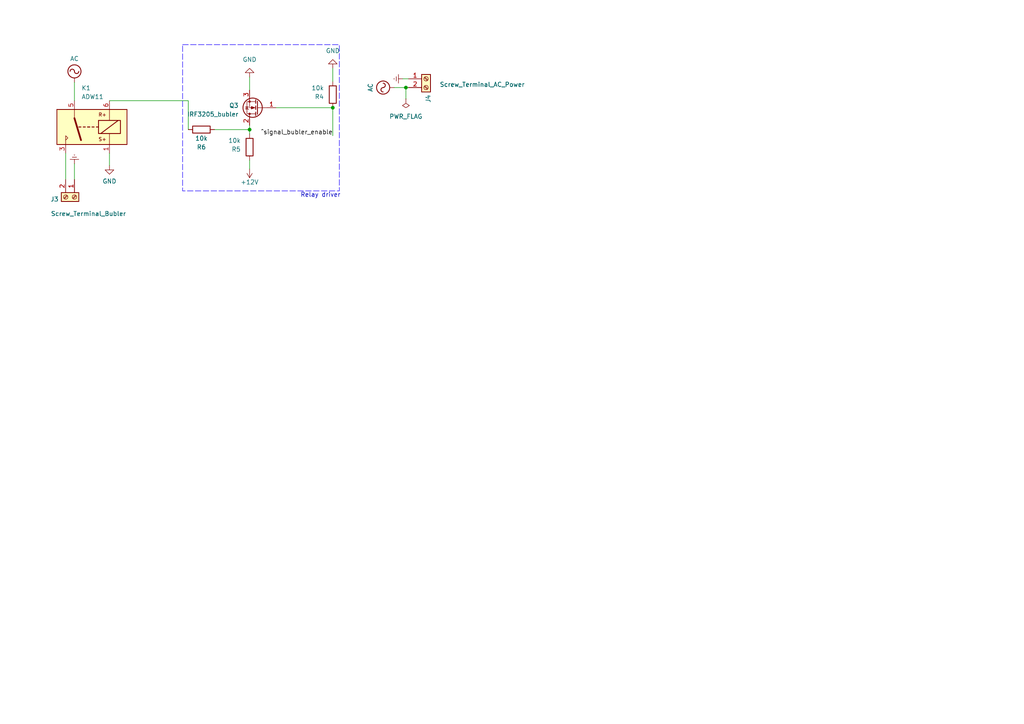
<source format=kicad_sch>
(kicad_sch (version 20230121) (generator eeschema)
  (paper "A4")
  (lib_symbols
    (symbol "Connector:Screw_Terminal_01x02" (pin_names (offset 1.016) hide)
      (property "Reference" "J" (at 0 2.54 0))
      (property "Value" "Screw_Terminal_01x02" (at 0 -5.08 0))
      (symbol "Screw_Terminal_01x02_1_1"
        (rectangle (start -1.27 1.27) (end 1.27 -3.81) (stroke (width 0.254)) (fill (type background)))
        (circle (center 0 -2.54) (radius 0.635) (stroke (width 0.1524)))
        (polyline (pts (xy -0.5334 -2.2098) (xy 0.3302 -3.048)) (stroke (width 0.1524)))
        (polyline (pts (xy -0.5334 0.3302) (xy 0.3302 -0.508)) (stroke (width 0.1524)))
        (polyline (pts (xy -0.3556 -2.032) (xy 0.508 -2.8702)) (stroke (width 0.1524)))
        (polyline (pts (xy -0.3556 0.508) (xy 0.508 -0.3302)) (stroke (width 0.1524)))
        (circle (center 0 0) (radius 0.635) (stroke (width 0.1524)))
        (pin passive line (at -5.08 0 0) (length 3.81) (name "Pin_1") (number "1"))
        (pin passive line (at -5.08 -2.54 0) (length 3.81) (name "Pin_2") (number "2"))
      )
    )
    (symbol "Device:R" (pin_numbers hide) (pin_names (offset 0))
      (property "Reference" "R" (at 2.032 0 90))
      (property "Value" "R" (at 0 0 90))
      (symbol "R_0_1"
        (rectangle (start -1.016 -2.54) (end 1.016 2.54) (stroke (width 0.254)))
      )
      (symbol "R_1_1"
        (pin passive line (at 0 3.81 270) (length 1.27) (name "~") (number "1"))
        (pin passive line (at 0 -3.81 90) (length 1.27) (name "~") (number "2"))
      )
    )
    (symbol "Relay:ADW11"
      (property "Reference" "K" (at 11.43 3.81 0))
      (property "Value" "ADW11" (at 13.97 1.27 0))
      (symbol "ADW11_1_1"
        (rectangle (start -10.16 5.08) (end 10.16 -5.08) (stroke (width 0.254)) (fill (type background)))
        (rectangle (start -8.255 1.905) (end -1.905 -1.905) (stroke (width 0.254)))
        (polyline (pts (xy -7.62 -1.905) (xy -2.54 1.905)) (stroke (width 0.254)))
        (polyline (pts (xy -5.08 -5.08) (xy -5.08 -1.905)))
        (polyline (pts (xy -5.08 5.08) (xy -5.08 1.905)))
        (polyline (pts (xy -1.905 0) (xy -1.27 0)) (stroke (width 0.254)))
        (polyline (pts (xy -0.635 0) (xy 0 0)) (stroke (width 0.254)))
        (polyline (pts (xy 0.635 0) (xy 1.27 0)) (stroke (width 0.254)))
        (polyline (pts (xy 0.635 0) (xy 1.27 0)) (stroke (width 0.254)))
        (polyline (pts (xy 1.905 0) (xy 2.54 0)) (stroke (width 0.254)))
        (polyline (pts (xy 3.175 0) (xy 3.81 0)) (stroke (width 0.254)))
        (polyline (pts (xy 5.08 -2.54) (xy 3.175 3.81)) (stroke (width 0.508)))
        (polyline (pts (xy 5.08 -2.54) (xy 5.08 -5.08)))
        (polyline (pts (xy 7.62 3.81) (xy 7.62 5.08)))
        (polyline (pts (xy 7.62 3.81) (xy 7.62 2.54) (xy 6.985 3.175) (xy 7.62 3.81)))
        (text "R+" (at -3.048 -3.556 0) (effects (font (size 1.016 1.016))))
        (text "S+" (at -3.048 3.556 0) (effects (font (size 1.016 1.016))))
        (pin passive line (at -5.08 7.62 270) (length 2.54) (name "~") (number "1"))
        (pin passive line (at 7.62 7.62 270) (length 2.54) (name "~") (number "3"))
        (pin passive line (at 5.08 -7.62 90) (length 2.54) (name "~") (number "5"))
        (pin passive line (at -5.08 -7.62 90) (length 2.54) (name "~") (number "6"))
      )
    )
    (symbol "Transistor_FET:IRF3205" (pin_names hide)
      (property "Reference" "Q" (at 6.35 1.905 0))
      (property "Value" "IRF3205" (at 6.35 0 0))
      (symbol "IRF3205_0_1"
        (polyline (pts (xy 0.254 0) (xy -2.54 0)))
        (polyline (pts (xy 0.254 1.905) (xy 0.254 -1.905)) (stroke (width 0.254)))
        (polyline (pts (xy 0.762 -1.27) (xy 0.762 -2.286)) (stroke (width 0.254)))
        (polyline (pts (xy 0.762 0.508) (xy 0.762 -0.508)) (stroke (width 0.254)))
        (polyline (pts (xy 0.762 2.286) (xy 0.762 1.27)) (stroke (width 0.254)))
        (polyline (pts (xy 2.54 2.54) (xy 2.54 1.778)))
        (polyline (pts (xy 2.54 -2.54) (xy 2.54 0) (xy 0.762 0)))
        (polyline (pts (xy 0.762 -1.778) (xy 3.302 -1.778) (xy 3.302 1.778) (xy 0.762 1.778)))
        (polyline (pts (xy 1.016 0) (xy 2.032 0.381) (xy 2.032 -0.381) (xy 1.016 0)) (fill (type outline)))
        (polyline (pts (xy 2.794 0.508) (xy 2.921 0.381) (xy 3.683 0.381) (xy 3.81 0.254)))
        (polyline (pts (xy 3.302 0.381) (xy 2.921 -0.254) (xy 3.683 -0.254) (xy 3.302 0.381)))
        (circle (center 1.651 0) (radius 2.794) (stroke (width 0.254)))
        (circle (center 2.54 -1.778) (radius 0.254) (fill (type outline)))
        (circle (center 2.54 1.778) (radius 0.254) (fill (type outline)))
      )
      (symbol "IRF3205_1_1"
        (pin input line (at -5.08 0 0) (length 2.54) (name "G") (number "1"))
        (pin passive line (at 2.54 5.08 270) (length 2.54) (name "D") (number "2"))
        (pin passive line (at 2.54 -5.08 90) (length 2.54) (name "S") (number "3"))
      )
    )
    (symbol "power:+12V" (power) (pin_names (offset 0))
      (property "Value" "+12V" (at 0 3.556 0))
      (symbol "+12V_0_1"
        (polyline (pts (xy -0.762 1.27) (xy 0 2.54)))
        (polyline (pts (xy 0 0) (xy 0 2.54)))
        (polyline (pts (xy 0 2.54) (xy 0.762 1.27)))
      )
      (symbol "+12V_1_1"
        (pin power_in line (at 0 0 90) (length 0) hide (name "+12V") (number "1"))
      )
    )
    (symbol "power:AC" (power) (pin_names (offset 0))
      (property "Value" "AC" (at 0 6.35 0))
      (symbol "AC_0_1"
        (polyline (pts (xy 0 0) (xy 0 1.27)))
        (arc (start 0 3.175) (mid -0.635 3.8073) (end -1.27 3.175) (stroke (width 0.254)))
        (arc (start 0 3.175) (mid 0.635 2.5427) (end 1.27 3.175) (stroke (width 0.254)))
        (circle (center 0 3.175) (radius 1.905) (stroke (width 0.254)))
      )
      (symbol "AC_1_1"
        (pin power_in line (at 0 0 90) (length 0) hide (name "AC") (number "1"))
      )
    )
    (symbol "power:Earth" (power) (pin_names (offset 0))
      (symbol "Earth_0_1"
        (polyline (pts (xy -0.635 -1.905) (xy 0.635 -1.905)))
        (polyline (pts (xy -0.127 -2.54) (xy 0.127 -2.54)))
        (polyline (pts (xy 0 -1.27) (xy 0 0)))
        (polyline (pts (xy 1.27 -1.27) (xy -1.27 -1.27)))
      )
      (symbol "Earth_1_1"
        (pin power_in line (at 0 0 270) (length 0) hide (name "Earth") (number "1"))
      )
    )
    (symbol "power:GND" (power) (pin_names (offset 0))
      (property "Value" "GND" (at 0 -3.81 0))
      (symbol "GND_0_1"
        (polyline (pts (xy 0 0) (xy 0 -1.27) (xy 1.27 -1.27) (xy 0 -2.54) (xy -1.27 -1.27) (xy 0 -1.27)))
      )
      (symbol "GND_1_1"
        (pin power_in line (at 0 0 270) (length 0) hide (name "GND") (number "1"))
      )
    )
    (symbol "power:PWR_FLAG" (power) (pin_numbers hide) (pin_names (offset 0) hide)
      (property "Value" "PWR_FLAG" (at 0 3.81 0))
      (symbol "PWR_FLAG_0_0"
        (pin power_out line (at 0 0 90) (length 0) (name "pwr") (number "1"))
      )
      (symbol "PWR_FLAG_0_1"
        (polyline (pts (xy 0 0) (xy 0 1.27) (xy -1.016 1.905) (xy 0 2.54) (xy 1.016 1.905) (xy 0 1.27)))
      )
    )
  )
  (junction (at 72.39 37.592))
  (junction (at 96.52 31.242))
  (junction (at 117.729 25.4))
  (wire (pts (xy 96.52 39.37) (xy 96.52 31.242)))
  (wire (pts (xy 72.39 37.592) (xy 62.23 37.592)))
  (wire (pts (xy 116.84 22.86) (xy 118.491 22.86)))
  (wire (pts (xy 72.39 37.592) (xy 72.39 36.322)))
  (wire (pts (xy 21.59 47.498) (xy 21.59 52.07)))
  (wire (pts (xy 114.3 25.4) (xy 117.729 25.4)))
  (wire (pts (xy 72.39 26.162) (xy 72.39 22.352)))
  (wire (pts (xy 72.39 49.022) (xy 72.39 46.482)))
  (wire (pts (xy 72.39 38.862) (xy 72.39 37.592)))
  (wire (pts (xy 21.59 23.876) (xy 21.59 29.21)))
  (wire (pts (xy 117.729 25.4) (xy 117.729 28.702)))
  (wire (pts (xy 117.729 25.4) (xy 118.491 25.4)))
  (wire (pts (xy 96.52 31.242) (xy 80.01 31.242)))
  (wire (pts (xy 96.52 23.622) (xy 96.52 19.812)))
  (wire (pts (xy 54.61 29.21) (xy 54.61 37.592)))
  (wire (pts (xy 31.75 44.45) (xy 31.75 48.006)))
  (wire (pts (xy 31.75 29.21) (xy 54.61 29.21)))
  (wire (pts (xy 19.05 44.45) (xy 19.05 52.07)))
  (rectangle (start 52.959 12.954) (end 98.425 55.372) (stroke (width 0) (type dash) (color 24 0 255 1)))
  (text "Relay driver" (at 87.122 57.404 0) (effects (font (size 1.27 1.27)) (justify left bottom)))
  (label "^signal_bubler_enable" (at 96.52 39.37 180))
  (symbol (lib_id "Relay:ADW11") (at 26.67 36.83 180) (unit 1)
    (property "Reference" "K1" (at 23.622 25.527 0) (effects (justify right)))
    (property "Value" "ADW11" (at 23.622 28.067 0) (effects (justify right)))
    (property "Footprint" "Relay_THT:Relay_1P1T_NO_10x24x18.8mm_Panasonic_ADW11xxxxW_THT" (effects hide))
    (property "Datasheet" "https://www.panasonic-electric-works.com/pew/es/downloads/ds_dw_hl_en.pdf" (effects hide))
    (instances (project "pcb-design" (path "" (reference "K1") (unit 1)) (path "" (reference "K2") (unit 1))))
  )
  (symbol (lib_id "Device:R") (at 96.52 27.432 180) (unit 1)
    (property "Reference" "R4" (at 93.98 28.067 0) (effects (justify left)))
    (property "Value" "10k" (at 93.98 25.527 0) (effects (justify left)))
    (property "Footprint" "Resistor_THT:R_Axial_DIN0207_L6.3mm_D2.5mm_P7.62mm_Horizontal" (effects hide))
    (instances (project "pcb-design" (path "" (reference "R4") (unit 1)) (path "" (reference "R10") (unit 1))))
  )
  (symbol (lib_id "Device:R") (at 72.39 42.672 180) (unit 1)
    (property "Reference" "R5" (at 69.85 43.307 0) (effects (justify left)))
    (property "Value" "10k" (at 69.85 40.767 0) (effects (justify left)))
    (property "Footprint" "Resistor_THT:R_Axial_DIN0207_L6.3mm_D2.5mm_P7.62mm_Horizontal" (effects hide))
    (instances (project "pcb-design" (path "" (reference "R5") (unit 1)) (path "" (reference "R9") (unit 1))))
  )
  (symbol (lib_id "Connector:Screw_Terminal_01x02") (at 123.571 22.86 0) (unit 1)
    (property "Reference" "J4" (at 124.206 27.432 90) (effects (justify right)))
    (property "Value" "Screw_Terminal_AC_Power" (at 127.508 24.511 0) (effects (justify left)))
    (property "Footprint" "TerminalBlock:TerminalBlock_Altech_AK300-2_P5.00mm" (effects hide))
    (instances (project "pcb-design" (path "" (reference "J4") (unit 1)) (path "" (reference "J3") (unit 1))))
  )
  (symbol (lib_id "power:AC") (at 114.3 25.4 90) (unit 1)
    (property "Reference" "#PWR025" (effects hide))
    (property "Value" "AC" (at 107.442 25.4 0))
    (instances (project "pcb-design" (path "" (reference "#PWR025") (unit 1)) (path "" (reference "#PWR018") (unit 1))))
  )
  (symbol (lib_id "power:AC") (at 21.59 23.876 0) (unit 1)
    (property "Reference" "#PWR018" (effects hide))
    (property "Value" "AC" (at 21.59 17.018 0))
    (instances (project "pcb-design" (path "" (reference "#PWR018") (unit 1)) (path "" (reference "#PWR07") (unit 1))))
  )
  (symbol (lib_id "Transistor_FET:IRF3205") (at 74.93 31.242 180) (unit 1)
    (property "Reference" "Q3" (at 69.215 30.607 0) (effects (justify left)))
    (property "Value" "IRF3205_bubler" (at 69.215 33.147 0) (effects (justify left)))
    (property "Footprint" "Package_TO_SOT_THT:TO-220-3_Vertical" (effects hide))
    (property "Datasheet" "http://www.irf.com/product-info/datasheets/data/irf3205.pdf" (effects hide))
    (instances (project "pcb-design" (path "" (reference "Q3") (unit 1)) (path "" (reference "Q2") (unit 1))))
  )
  (symbol (lib_id "Device:R") (at 58.42 37.592 270) (unit 1)
    (property "Reference" "R6" (at 58.42 42.672 90))
    (property "Value" "10k" (at 58.42 40.132 90))
    (property "Footprint" "Resistor_THT:R_Axial_DIN0207_L6.3mm_D2.5mm_P7.62mm_Horizontal" (effects hide))
    (instances (project "pcb-design" (path "" (reference "R6") (unit 1)) (path "" (reference "R8") (unit 1))))
  )
  (symbol (lib_id "power:Earth") (at 21.59 47.498 180) (unit 1)
    (property "Reference" "#PWR020" (effects hide))
    (property "Value" "Earth" (effects hide))
    (instances (project "pcb-design" (path "" (reference "#PWR020") (unit 1)) (path "" (reference "#PWR030") (unit 1))))
  )
  (symbol (lib_id "power:GND") (at 72.39 22.352 180) (unit 1)
    (property "Reference" "#PWR023" (effects hide))
    (property "Value" "GND" (at 72.39 17.272 0))
    (instances (project "pcb-design" (path "" (reference "#PWR023") (unit 1)) (path "" (reference "#PWR034") (unit 1))))
  )
  (symbol (lib_id "Connector:Screw_Terminal_01x02") (at 21.59 57.15 270) (unit 1)
    (property "Reference" "J3" (at 17.018 57.785 90) (effects (justify right)))
    (property "Value" "Screw_Terminal_Bubler" (at 14.732 61.976 90) (effects (justify left)))
    (property "Footprint" "TerminalBlock:TerminalBlock_Altech_AK300-2_P5.00mm" (effects hide))
    (instances (project "pcb-design" (path "" (reference "J3") (unit 1)) (path "" (reference "J8") (unit 1))))
  )
  (symbol (lib_id "power:GND") (at 96.52 19.812 180) (unit 1)
    (property "Reference" "#PWR021" (effects hide))
    (property "Value" "GND" (at 96.52 14.732 0))
    (instances (project "pcb-design" (path "" (reference "#PWR021") (unit 1)) (path "" (reference "#PWR036") (unit 1))))
  )
  (symbol (lib_id "power:PWR_FLAG") (at 117.729 28.702 180) (unit 1)
    (property "Reference" "#FLG02" (effects hide))
    (property "Value" "PWR_FLAG" (at 117.729 33.782 0))
  )
  (symbol (lib_id "power:GND") (at 31.75 48.006 0) (unit 1)
    (property "Reference" "#PWR019" (effects hide))
    (property "Value" "GND" (at 31.75 52.578 0))
    (instances (project "pcb-design" (path "" (reference "#PWR019") (unit 1)) (path "" (reference "#PWR033") (unit 1))))
  )
  (symbol (lib_id "power:+12V") (at 72.39 49.022 180) (unit 1)
    (property "Reference" "#PWR022" (effects hide))
    (property "Value" "+12V" (at 72.39 52.832 0))
    (instances (project "pcb-design" (path "" (reference "#PWR022") (unit 1)) (path "" (reference "#PWR035") (unit 1))))
  )
  (symbol (lib_id "power:Earth") (at 116.84 22.86 270) (unit 1)
    (property "Reference" "#PWR024" (effects hide))
    (property "Value" "Earth" (effects hide))
    (instances (project "pcb-design" (path "" (reference "#PWR024") (unit 1)) (path "" (reference "#PWR019") (unit 1))))
  )
)
</source>
